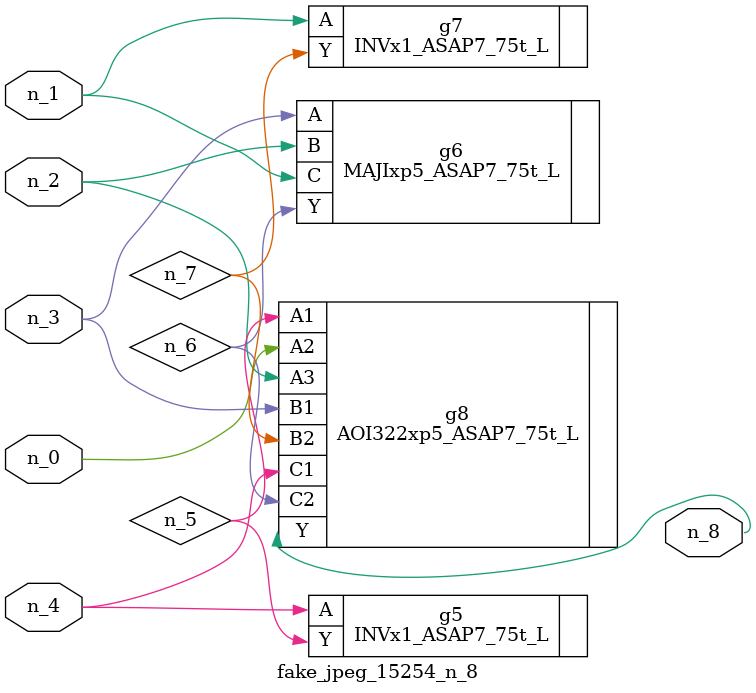
<source format=v>
module fake_jpeg_15254_n_8 (n_3, n_2, n_1, n_0, n_4, n_8);

input n_3;
input n_2;
input n_1;
input n_0;
input n_4;

output n_8;

wire n_6;
wire n_5;
wire n_7;

INVx1_ASAP7_75t_L g5 ( 
.A(n_4),
.Y(n_5)
);

MAJIxp5_ASAP7_75t_L g6 ( 
.A(n_3),
.B(n_2),
.C(n_1),
.Y(n_6)
);

INVx1_ASAP7_75t_L g7 ( 
.A(n_1),
.Y(n_7)
);

AOI322xp5_ASAP7_75t_L g8 ( 
.A1(n_5),
.A2(n_0),
.A3(n_2),
.B1(n_3),
.B2(n_7),
.C1(n_4),
.C2(n_6),
.Y(n_8)
);


endmodule
</source>
